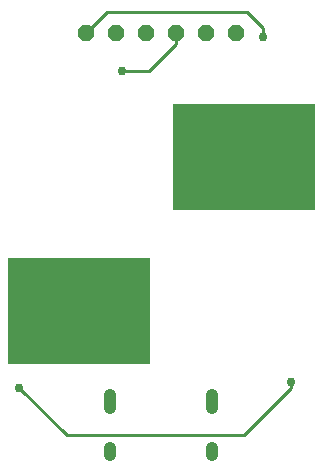
<source format=gbr>
G04 EAGLE Gerber RS-274X export*
G75*
%MOMM*%
%FSLAX34Y34*%
%LPD*%
%INBottom Copper*%
%IPPOS*%
%AMOC8*
5,1,8,0,0,1.08239X$1,22.5*%
G01*
%ADD10R,12.000000X9.000000*%
%ADD11P,1.451614X8X112.500000*%
%ADD12C,1.000000*%
%ADD13C,0.254000*%
%ADD14C,0.756400*%


D10*
X80000Y135000D03*
X220000Y265000D03*
D11*
X86500Y370000D03*
X111900Y370000D03*
X137300Y370000D03*
X162700Y370000D03*
X188100Y370000D03*
X213500Y370000D03*
D12*
X106800Y63400D02*
X106800Y52400D01*
X106800Y19100D02*
X106800Y13100D01*
X193200Y52400D02*
X193200Y63400D01*
X193200Y19100D02*
X193200Y13100D01*
D13*
X86500Y370000D02*
X104308Y387808D01*
X213360Y387808D01*
X235769Y374453D02*
X235769Y366833D01*
X235769Y374453D02*
X222413Y387808D01*
X213360Y387808D01*
D14*
X235769Y366833D03*
X30000Y70000D03*
D13*
X70000Y30000D01*
X259840Y69840D02*
X259840Y74760D01*
D14*
X259840Y74760D03*
D13*
X220000Y30000D02*
X70000Y30000D01*
X220000Y30000D02*
X259840Y69840D01*
D14*
X116840Y337820D03*
D13*
X139700Y337820D01*
X162700Y360820D02*
X162700Y370000D01*
X162700Y360820D02*
X139700Y337820D01*
M02*

</source>
